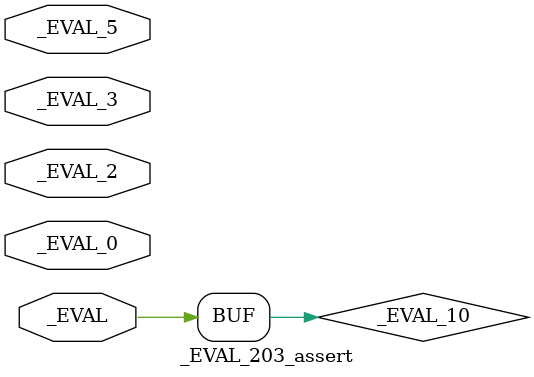
<source format=sv>
module _EVAL_203_assert(
  input   _EVAL,
  input   _EVAL_0,
  input   _EVAL_2,
  input   _EVAL_3,
  input   _EVAL_5
);
  wire  _EVAL_6;
  wire  _EVAL_7;
  wire  _EVAL_8;
  wire  _EVAL_9;
  wire  _EVAL_10;
  wire  _EVAL_13;
  wire  _EVAL_14;
  wire  _EVAL_15;
  wire  _EVAL_16;
  wire  _EVAL_17;
  wire  _EVAL_18;
  wire  _EVAL_19;
  assign _EVAL_16 = ~_EVAL_19;
  assign _EVAL_8 = _EVAL_0 & _EVAL_5;
  assign _EVAL_18 = _EVAL_0 & _EVAL_3;
  assign _EVAL_14 = _EVAL_7 & _EVAL_16;
  assign _EVAL_17 = ~_EVAL_10;
  assign _EVAL_13 = ~_EVAL_15;
  assign _EVAL_9 = ~_EVAL_18;
  assign _EVAL_6 = ~_EVAL_8;
  assign _EVAL_19 = _EVAL_5 & _EVAL_3;
  assign _EVAL_10 = _EVAL;
  assign _EVAL_7 = _EVAL_6 & _EVAL_9;
  assign _EVAL_15 = _EVAL_14 | _EVAL_10;
  always @(posedge _EVAL_2) begin
    `ifndef SYNTHESIS
    `ifdef PRINTF_COND
      if (`PRINTF_COND) begin
    `endif
        if (_EVAL_13) begin
          $fwrite(32'h80000002,"Obfuscated Simulation Output(c0807324)\n");
        end
    `ifdef PRINTF_COND
      end
    `endif
    `endif // SYNTHESIS
    `ifndef SYNTHESIS
    `ifdef STOP_COND
      if (`STOP_COND) begin
    `endif
        if (_EVAL_13) begin
          $fatal;
        end
    `ifdef STOP_COND
      end
    `endif
    `endif // SYNTHESIS
    `ifndef SYNTHESIS
    `ifdef PRINTF_COND
      if (`PRINTF_COND) begin
    `endif
        if (_EVAL_0 & _EVAL_17) begin
          $fwrite(32'h80000002,"Obfuscated Simulation Output(a12230c1)\n");
        end
    `ifdef PRINTF_COND
      end
    `endif
    `endif // SYNTHESIS
  end

endmodule

</source>
